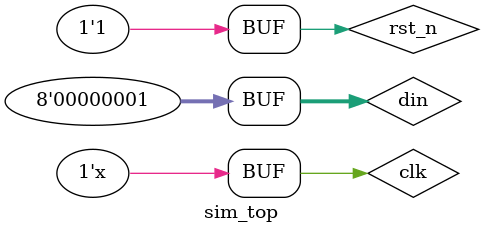
<source format=v>
`timescale 1ns / 1ps


module sim_top(

    );
    reg clk,rst_n;
    reg [7:0]din;
    wire [15:0]dout;
    
    initial
    begin
        clk <= 1'b1;
        rst_n <= 1'b0;
        #100
        rst_n <= 1'b1;

    end
    
    always
    begin
        #25
        clk <= !clk;
    end
    
    
    always
    begin
        #60
        din <= 8'd10;
        #50
        din <= 8'd2;
        #50
        din <= 8'd8;
        #50
        din <= 8'd2;
        #50
        din <= 8'd52;
        #50
        din <= 8'd21;
        #50
        din <= 8'd25;
        #50
        din <= 8'd1;      
    end
    
    
    top_given u1(
    .clk(clk),
    .rst_n(rst_n),
    .din(din),
    .dout(dout)
    );
endmodule

</source>
